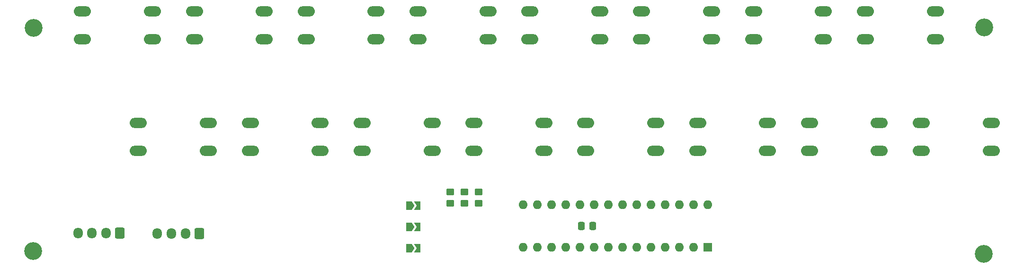
<source format=gbr>
%TF.GenerationSoftware,KiCad,Pcbnew,(6.0.9)*%
%TF.CreationDate,2023-03-19T20:52:38+01:00*%
%TF.ProjectId,PI-keys,50492d6b-6579-4732-9e6b-696361645f70,rev?*%
%TF.SameCoordinates,Original*%
%TF.FileFunction,Soldermask,Top*%
%TF.FilePolarity,Negative*%
%FSLAX46Y46*%
G04 Gerber Fmt 4.6, Leading zero omitted, Abs format (unit mm)*
G04 Created by KiCad (PCBNEW (6.0.9)) date 2023-03-19 20:52:38*
%MOMM*%
%LPD*%
G01*
G04 APERTURE LIST*
G04 Aperture macros list*
%AMRoundRect*
0 Rectangle with rounded corners*
0 $1 Rounding radius*
0 $2 $3 $4 $5 $6 $7 $8 $9 X,Y pos of 4 corners*
0 Add a 4 corners polygon primitive as box body*
4,1,4,$2,$3,$4,$5,$6,$7,$8,$9,$2,$3,0*
0 Add four circle primitives for the rounded corners*
1,1,$1+$1,$2,$3*
1,1,$1+$1,$4,$5*
1,1,$1+$1,$6,$7*
1,1,$1+$1,$8,$9*
0 Add four rect primitives between the rounded corners*
20,1,$1+$1,$2,$3,$4,$5,0*
20,1,$1+$1,$4,$5,$6,$7,0*
20,1,$1+$1,$6,$7,$8,$9,0*
20,1,$1+$1,$8,$9,$2,$3,0*%
%AMFreePoly0*
4,1,6,1.000000,0.000000,0.500000,-0.750000,-0.500000,-0.750000,-0.500000,0.750000,0.500000,0.750000,1.000000,0.000000,1.000000,0.000000,$1*%
%AMFreePoly1*
4,1,6,0.500000,-0.750000,-0.650000,-0.750000,-0.150000,0.000000,-0.650000,0.750000,0.500000,0.750000,0.500000,-0.750000,0.500000,-0.750000,$1*%
G04 Aperture macros list end*
%ADD10O,3.048000X1.850000*%
%ADD11RoundRect,0.250000X0.600000X0.725000X-0.600000X0.725000X-0.600000X-0.725000X0.600000X-0.725000X0*%
%ADD12O,1.700000X1.950000*%
%ADD13C,3.200000*%
%ADD14R,1.600000X1.600000*%
%ADD15O,1.600000X1.600000*%
%ADD16RoundRect,0.250000X-0.450000X0.350000X-0.450000X-0.350000X0.450000X-0.350000X0.450000X0.350000X0*%
%ADD17FreePoly0,0.000000*%
%ADD18FreePoly1,0.000000*%
%ADD19RoundRect,0.250000X0.337500X0.475000X-0.337500X0.475000X-0.337500X-0.475000X0.337500X-0.475000X0*%
G04 APERTURE END LIST*
D10*
%TO.C,SW12*%
X130000000Y-120000000D03*
X142500000Y-120000000D03*
X130000000Y-125000000D03*
X142500000Y-125000000D03*
%TD*%
%TO.C,SW13*%
X150000000Y-120000000D03*
X162500000Y-120000000D03*
X150000000Y-125000000D03*
X162500000Y-125000000D03*
%TD*%
D11*
%TO.C,J2*%
X66675000Y-139700000D03*
D12*
X64175000Y-139700000D03*
X61675000Y-139700000D03*
X59175000Y-139700000D03*
%TD*%
D13*
%TO.C,REF\u002A\u002A*%
X221240000Y-102860000D03*
%TD*%
%TO.C,REF\u002A\u002A*%
X221200000Y-143400000D03*
%TD*%
%TO.C,REF\u002A\u002A*%
X51200000Y-142900000D03*
%TD*%
%TO.C,REF\u002A\u002A*%
X51220000Y-102930000D03*
%TD*%
D14*
%TO.C,U1*%
X171820000Y-142240000D03*
D15*
X169280000Y-142240000D03*
X166740000Y-142240000D03*
X164200000Y-142240000D03*
X161660000Y-142240000D03*
X159120000Y-142240000D03*
X156580000Y-142240000D03*
X154040000Y-142240000D03*
X151500000Y-142240000D03*
X148960000Y-142240000D03*
X146420000Y-142240000D03*
X143880000Y-142240000D03*
X141340000Y-142240000D03*
X138800000Y-142240000D03*
X138800000Y-134620000D03*
X141340000Y-134620000D03*
X143880000Y-134620000D03*
X146420000Y-134620000D03*
X148960000Y-134620000D03*
X151500000Y-134620000D03*
X154040000Y-134620000D03*
X156580000Y-134620000D03*
X159120000Y-134620000D03*
X161660000Y-134620000D03*
X164200000Y-134620000D03*
X166740000Y-134620000D03*
X169280000Y-134620000D03*
X171820000Y-134620000D03*
%TD*%
D10*
%TO.C,SW16*%
X210000000Y-120000000D03*
X222500000Y-120000000D03*
X210000000Y-125000000D03*
X222500000Y-125000000D03*
%TD*%
%TO.C,SW15*%
X190000000Y-120000000D03*
X202500000Y-120000000D03*
X190000000Y-125000000D03*
X202500000Y-125000000D03*
%TD*%
%TO.C,SW14*%
X170000000Y-120000000D03*
X182500000Y-120000000D03*
X170000000Y-125000000D03*
X182500000Y-125000000D03*
%TD*%
%TO.C,SW11*%
X110000000Y-120000000D03*
X122500000Y-120000000D03*
X110000000Y-125000000D03*
X122500000Y-125000000D03*
%TD*%
%TO.C,SW10*%
X90000000Y-120000000D03*
X102500000Y-120000000D03*
X90000000Y-125000000D03*
X102500000Y-125000000D03*
%TD*%
%TO.C,SW9*%
X70000000Y-120000000D03*
X82500000Y-120000000D03*
X70000000Y-125000000D03*
X82500000Y-125000000D03*
%TD*%
%TO.C,SW8*%
X200000000Y-100000000D03*
X212500000Y-100000000D03*
X200000000Y-105000000D03*
X212500000Y-105000000D03*
%TD*%
%TO.C,SW7*%
X180000000Y-100000000D03*
X192500000Y-100000000D03*
X180000000Y-105000000D03*
X192500000Y-105000000D03*
%TD*%
%TO.C,SW6*%
X160000000Y-100000000D03*
X172500000Y-100000000D03*
X160000000Y-105000000D03*
X172500000Y-105000000D03*
%TD*%
%TO.C,SW5*%
X140000000Y-100000000D03*
X152500000Y-100000000D03*
X140000000Y-105000000D03*
X152500000Y-105000000D03*
%TD*%
%TO.C,SW4*%
X120000000Y-100000000D03*
X132500000Y-100000000D03*
X120000000Y-105000000D03*
X132500000Y-105000000D03*
%TD*%
%TO.C,SW3*%
X100000000Y-100000000D03*
X112500000Y-100000000D03*
X100000000Y-105000000D03*
X112500000Y-105000000D03*
%TD*%
%TO.C,SW2*%
X80000000Y-100000000D03*
X92500000Y-100000000D03*
X80000000Y-105000000D03*
X92500000Y-105000000D03*
%TD*%
%TO.C,SW1*%
X72500000Y-105000000D03*
X60000000Y-105000000D03*
X72500000Y-100000000D03*
X60000000Y-100000000D03*
%TD*%
D16*
%TO.C,R7*%
X130810000Y-132350000D03*
X130810000Y-134350000D03*
%TD*%
%TO.C,R6*%
X128270000Y-132350000D03*
X128270000Y-134350000D03*
%TD*%
%TO.C,R5*%
X125730000Y-132350000D03*
X125730000Y-134350000D03*
%TD*%
D17*
%TO.C,JP3*%
X118425000Y-134770000D03*
D18*
X119875000Y-134770000D03*
%TD*%
D17*
%TO.C,JP2*%
X118425000Y-138580000D03*
D18*
X119875000Y-138580000D03*
%TD*%
D17*
%TO.C,JP1*%
X118425000Y-142390000D03*
D18*
X119875000Y-142390000D03*
%TD*%
D11*
%TO.C,J1*%
X80890000Y-139810000D03*
D12*
X78390000Y-139810000D03*
X75890000Y-139810000D03*
X73390000Y-139810000D03*
%TD*%
D19*
%TO.C,C1*%
X151267500Y-138430000D03*
X149192500Y-138430000D03*
%TD*%
M02*

</source>
